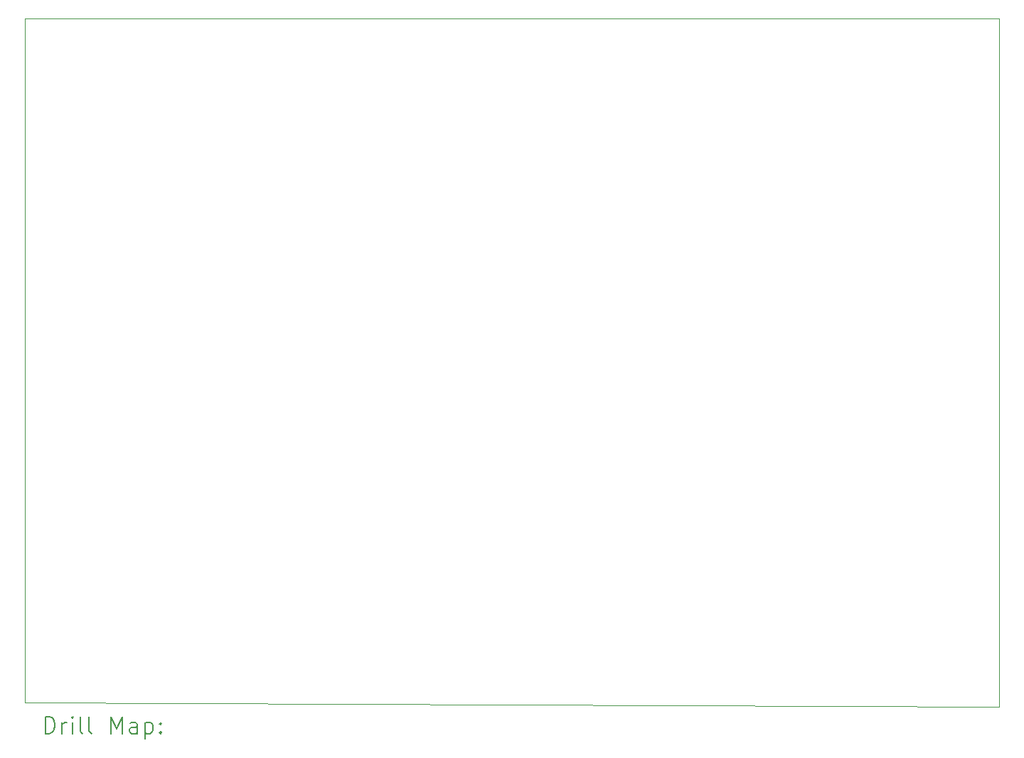
<source format=gbr>
%TF.GenerationSoftware,KiCad,Pcbnew,7.0.1*%
%TF.CreationDate,2023-05-14T23:30:54+02:00*%
%TF.ProjectId,K_relay,4b5f7265-6c61-4792-9e6b-696361645f70,rev?*%
%TF.SameCoordinates,Original*%
%TF.FileFunction,Drillmap*%
%TF.FilePolarity,Positive*%
%FSLAX45Y45*%
G04 Gerber Fmt 4.5, Leading zero omitted, Abs format (unit mm)*
G04 Created by KiCad (PCBNEW 7.0.1) date 2023-05-14 23:30:54*
%MOMM*%
%LPD*%
G01*
G04 APERTURE LIST*
%ADD10C,0.100000*%
%ADD11C,0.200000*%
G04 APERTURE END LIST*
D10*
X26800000Y-12450000D02*
X15200000Y-12400000D01*
X26800000Y-4250000D02*
X26800000Y-12450000D01*
X15200000Y-4250000D02*
X15200000Y-12400000D01*
X15200000Y-4250000D02*
X26800000Y-4250000D01*
D11*
X15442619Y-12767524D02*
X15442619Y-12567524D01*
X15442619Y-12567524D02*
X15490238Y-12567524D01*
X15490238Y-12567524D02*
X15518809Y-12577048D01*
X15518809Y-12577048D02*
X15537857Y-12596095D01*
X15537857Y-12596095D02*
X15547381Y-12615143D01*
X15547381Y-12615143D02*
X15556905Y-12653238D01*
X15556905Y-12653238D02*
X15556905Y-12681809D01*
X15556905Y-12681809D02*
X15547381Y-12719905D01*
X15547381Y-12719905D02*
X15537857Y-12738952D01*
X15537857Y-12738952D02*
X15518809Y-12758000D01*
X15518809Y-12758000D02*
X15490238Y-12767524D01*
X15490238Y-12767524D02*
X15442619Y-12767524D01*
X15642619Y-12767524D02*
X15642619Y-12634190D01*
X15642619Y-12672286D02*
X15652143Y-12653238D01*
X15652143Y-12653238D02*
X15661667Y-12643714D01*
X15661667Y-12643714D02*
X15680714Y-12634190D01*
X15680714Y-12634190D02*
X15699762Y-12634190D01*
X15766428Y-12767524D02*
X15766428Y-12634190D01*
X15766428Y-12567524D02*
X15756905Y-12577048D01*
X15756905Y-12577048D02*
X15766428Y-12586571D01*
X15766428Y-12586571D02*
X15775952Y-12577048D01*
X15775952Y-12577048D02*
X15766428Y-12567524D01*
X15766428Y-12567524D02*
X15766428Y-12586571D01*
X15890238Y-12767524D02*
X15871190Y-12758000D01*
X15871190Y-12758000D02*
X15861667Y-12738952D01*
X15861667Y-12738952D02*
X15861667Y-12567524D01*
X15995000Y-12767524D02*
X15975952Y-12758000D01*
X15975952Y-12758000D02*
X15966428Y-12738952D01*
X15966428Y-12738952D02*
X15966428Y-12567524D01*
X16223571Y-12767524D02*
X16223571Y-12567524D01*
X16223571Y-12567524D02*
X16290238Y-12710381D01*
X16290238Y-12710381D02*
X16356905Y-12567524D01*
X16356905Y-12567524D02*
X16356905Y-12767524D01*
X16537857Y-12767524D02*
X16537857Y-12662762D01*
X16537857Y-12662762D02*
X16528333Y-12643714D01*
X16528333Y-12643714D02*
X16509286Y-12634190D01*
X16509286Y-12634190D02*
X16471190Y-12634190D01*
X16471190Y-12634190D02*
X16452143Y-12643714D01*
X16537857Y-12758000D02*
X16518809Y-12767524D01*
X16518809Y-12767524D02*
X16471190Y-12767524D01*
X16471190Y-12767524D02*
X16452143Y-12758000D01*
X16452143Y-12758000D02*
X16442619Y-12738952D01*
X16442619Y-12738952D02*
X16442619Y-12719905D01*
X16442619Y-12719905D02*
X16452143Y-12700857D01*
X16452143Y-12700857D02*
X16471190Y-12691333D01*
X16471190Y-12691333D02*
X16518809Y-12691333D01*
X16518809Y-12691333D02*
X16537857Y-12681809D01*
X16633095Y-12634190D02*
X16633095Y-12834190D01*
X16633095Y-12643714D02*
X16652143Y-12634190D01*
X16652143Y-12634190D02*
X16690238Y-12634190D01*
X16690238Y-12634190D02*
X16709286Y-12643714D01*
X16709286Y-12643714D02*
X16718809Y-12653238D01*
X16718809Y-12653238D02*
X16728333Y-12672286D01*
X16728333Y-12672286D02*
X16728333Y-12729428D01*
X16728333Y-12729428D02*
X16718809Y-12748476D01*
X16718809Y-12748476D02*
X16709286Y-12758000D01*
X16709286Y-12758000D02*
X16690238Y-12767524D01*
X16690238Y-12767524D02*
X16652143Y-12767524D01*
X16652143Y-12767524D02*
X16633095Y-12758000D01*
X16814048Y-12748476D02*
X16823571Y-12758000D01*
X16823571Y-12758000D02*
X16814048Y-12767524D01*
X16814048Y-12767524D02*
X16804524Y-12758000D01*
X16804524Y-12758000D02*
X16814048Y-12748476D01*
X16814048Y-12748476D02*
X16814048Y-12767524D01*
X16814048Y-12643714D02*
X16823571Y-12653238D01*
X16823571Y-12653238D02*
X16814048Y-12662762D01*
X16814048Y-12662762D02*
X16804524Y-12653238D01*
X16804524Y-12653238D02*
X16814048Y-12643714D01*
X16814048Y-12643714D02*
X16814048Y-12662762D01*
M02*

</source>
